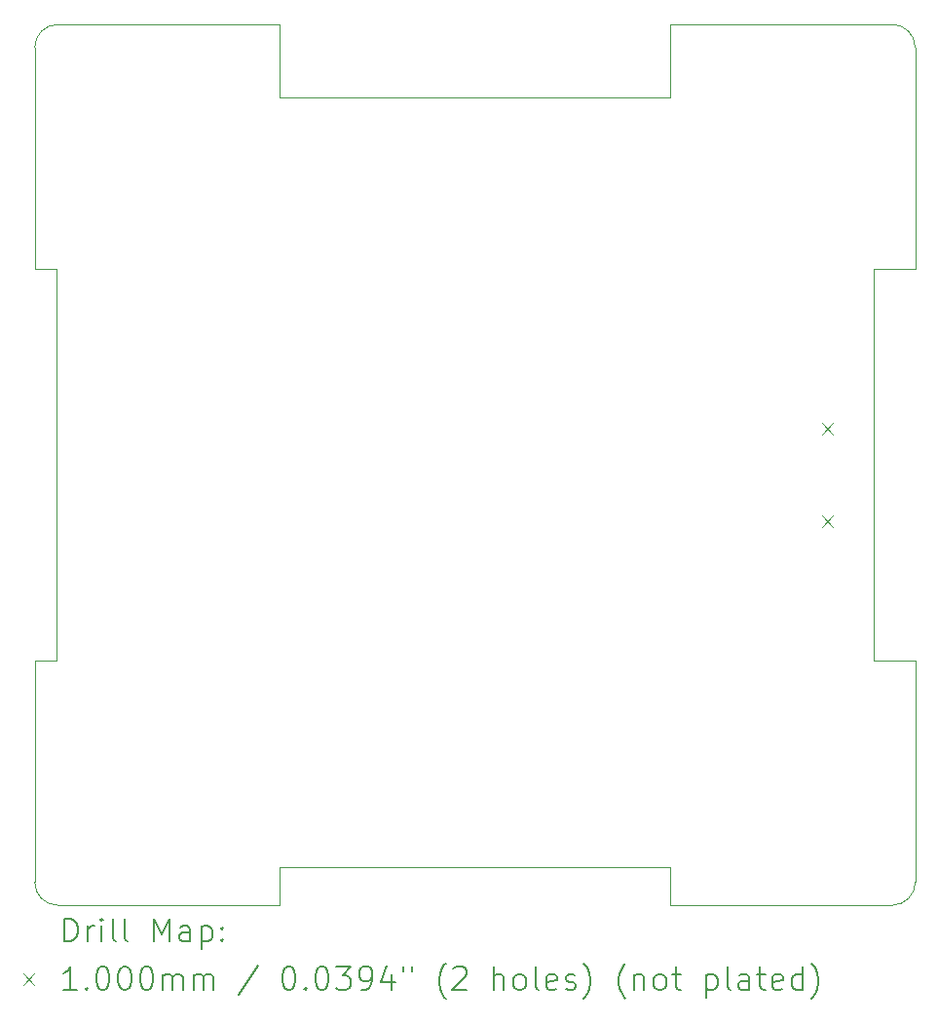
<source format=gbr>
%TF.GenerationSoftware,KiCad,Pcbnew,9.0.7*%
%TF.CreationDate,2026-02-15T10:00:26-06:00*%
%TF.ProjectId,grad_cap_display,67726164-5f63-4617-905f-646973706c61,rev?*%
%TF.SameCoordinates,Original*%
%TF.FileFunction,Drillmap*%
%TF.FilePolarity,Positive*%
%FSLAX45Y45*%
G04 Gerber Fmt 4.5, Leading zero omitted, Abs format (unit mm)*
G04 Created by KiCad (PCBNEW 9.0.7) date 2026-02-15 10:00:26*
%MOMM*%
%LPD*%
G01*
G04 APERTURE LIST*
%ADD10C,0.050000*%
%ADD11C,0.200000*%
%ADD12C,0.100000*%
G04 APERTURE END LIST*
D10*
X-26960000Y65303000D02*
X-26770000Y65303000D01*
X-26770000Y61903000D02*
X-26770000Y65303000D01*
X-19669000Y65303000D02*
X-19306000Y65303000D01*
X-19506000Y67430000D02*
G75*
G02*
X-19306000Y67230000I0J-200000D01*
G01*
X-26960000Y67230000D02*
G75*
G02*
X-26760000Y67430000I200000J0D01*
G01*
X-26760000Y59776000D02*
G75*
G02*
X-26960000Y59976000I0J200000D01*
G01*
X-19306000Y59976000D02*
G75*
G02*
X-19506000Y59776000I-200000J0D01*
G01*
X-21433000Y60109000D02*
X-24833000Y60109000D01*
X-26960000Y61903000D02*
X-26960000Y59976000D01*
X-26960000Y67230000D02*
X-26960000Y65303000D01*
X-26770000Y61903000D02*
X-26960000Y61903000D01*
X-24833000Y67430000D02*
X-26760000Y67430000D01*
X-24833000Y66797000D02*
X-21433000Y66797000D01*
X-21433000Y67430000D02*
X-21433000Y66797000D01*
X-19506000Y67430000D02*
X-21433000Y67430000D01*
X-24833000Y66797000D02*
X-24833000Y67430000D01*
X-19306000Y65303000D02*
X-19306000Y67230000D01*
X-19669000Y65303000D02*
X-19669000Y61903000D01*
X-19306000Y61903000D02*
X-19669000Y61903000D01*
X-19306000Y59976000D02*
X-19306000Y61903000D01*
X-24833000Y59776000D02*
X-24833000Y60109000D01*
X-26760000Y59776000D02*
X-24833000Y59776000D01*
X-21433000Y60109000D02*
X-21433000Y59776000D01*
X-21433000Y59776000D02*
X-19506000Y59776000D01*
D11*
D12*
X-20119000Y63964000D02*
X-20019000Y63864000D01*
X-20019000Y63964000D02*
X-20119000Y63864000D01*
X-20119000Y63164000D02*
X-20019000Y63064000D01*
X-20019000Y63164000D02*
X-20119000Y63064000D01*
D11*
X-26701723Y59462016D02*
X-26701723Y59662016D01*
X-26701723Y59662016D02*
X-26654104Y59662016D01*
X-26654104Y59662016D02*
X-26625533Y59652492D01*
X-26625533Y59652492D02*
X-26606485Y59633445D01*
X-26606485Y59633445D02*
X-26596961Y59614397D01*
X-26596961Y59614397D02*
X-26587437Y59576302D01*
X-26587437Y59576302D02*
X-26587437Y59547730D01*
X-26587437Y59547730D02*
X-26596961Y59509635D01*
X-26596961Y59509635D02*
X-26606485Y59490588D01*
X-26606485Y59490588D02*
X-26625533Y59471540D01*
X-26625533Y59471540D02*
X-26654104Y59462016D01*
X-26654104Y59462016D02*
X-26701723Y59462016D01*
X-26501723Y59462016D02*
X-26501723Y59595349D01*
X-26501723Y59557254D02*
X-26492199Y59576302D01*
X-26492199Y59576302D02*
X-26482675Y59585826D01*
X-26482675Y59585826D02*
X-26463628Y59595349D01*
X-26463628Y59595349D02*
X-26444580Y59595349D01*
X-26377914Y59462016D02*
X-26377914Y59595349D01*
X-26377914Y59662016D02*
X-26387437Y59652492D01*
X-26387437Y59652492D02*
X-26377914Y59642968D01*
X-26377914Y59642968D02*
X-26368390Y59652492D01*
X-26368390Y59652492D02*
X-26377914Y59662016D01*
X-26377914Y59662016D02*
X-26377914Y59642968D01*
X-26254104Y59462016D02*
X-26273152Y59471540D01*
X-26273152Y59471540D02*
X-26282675Y59490588D01*
X-26282675Y59490588D02*
X-26282675Y59662016D01*
X-26149342Y59462016D02*
X-26168390Y59471540D01*
X-26168390Y59471540D02*
X-26177914Y59490588D01*
X-26177914Y59490588D02*
X-26177914Y59662016D01*
X-25920771Y59462016D02*
X-25920771Y59662016D01*
X-25920771Y59662016D02*
X-25854104Y59519159D01*
X-25854104Y59519159D02*
X-25787437Y59662016D01*
X-25787437Y59662016D02*
X-25787437Y59462016D01*
X-25606485Y59462016D02*
X-25606485Y59566778D01*
X-25606485Y59566778D02*
X-25616009Y59585826D01*
X-25616009Y59585826D02*
X-25635056Y59595349D01*
X-25635056Y59595349D02*
X-25673152Y59595349D01*
X-25673152Y59595349D02*
X-25692199Y59585826D01*
X-25606485Y59471540D02*
X-25625533Y59462016D01*
X-25625533Y59462016D02*
X-25673152Y59462016D01*
X-25673152Y59462016D02*
X-25692199Y59471540D01*
X-25692199Y59471540D02*
X-25701723Y59490588D01*
X-25701723Y59490588D02*
X-25701723Y59509635D01*
X-25701723Y59509635D02*
X-25692199Y59528683D01*
X-25692199Y59528683D02*
X-25673152Y59538207D01*
X-25673152Y59538207D02*
X-25625533Y59538207D01*
X-25625533Y59538207D02*
X-25606485Y59547730D01*
X-25511247Y59595349D02*
X-25511247Y59395349D01*
X-25511247Y59585826D02*
X-25492199Y59595349D01*
X-25492199Y59595349D02*
X-25454104Y59595349D01*
X-25454104Y59595349D02*
X-25435056Y59585826D01*
X-25435056Y59585826D02*
X-25425533Y59576302D01*
X-25425533Y59576302D02*
X-25416009Y59557254D01*
X-25416009Y59557254D02*
X-25416009Y59500111D01*
X-25416009Y59500111D02*
X-25425533Y59481064D01*
X-25425533Y59481064D02*
X-25435056Y59471540D01*
X-25435056Y59471540D02*
X-25454104Y59462016D01*
X-25454104Y59462016D02*
X-25492199Y59462016D01*
X-25492199Y59462016D02*
X-25511247Y59471540D01*
X-25330294Y59481064D02*
X-25320771Y59471540D01*
X-25320771Y59471540D02*
X-25330294Y59462016D01*
X-25330294Y59462016D02*
X-25339818Y59471540D01*
X-25339818Y59471540D02*
X-25330294Y59481064D01*
X-25330294Y59481064D02*
X-25330294Y59462016D01*
X-25330294Y59585826D02*
X-25320771Y59576302D01*
X-25320771Y59576302D02*
X-25330294Y59566778D01*
X-25330294Y59566778D02*
X-25339818Y59576302D01*
X-25339818Y59576302D02*
X-25330294Y59585826D01*
X-25330294Y59585826D02*
X-25330294Y59566778D01*
D12*
X-27062500Y59183500D02*
X-26962500Y59083500D01*
X-26962500Y59183500D02*
X-27062500Y59083500D01*
D11*
X-26596961Y59042016D02*
X-26711247Y59042016D01*
X-26654104Y59042016D02*
X-26654104Y59242016D01*
X-26654104Y59242016D02*
X-26673152Y59213445D01*
X-26673152Y59213445D02*
X-26692199Y59194397D01*
X-26692199Y59194397D02*
X-26711247Y59184873D01*
X-26511247Y59061064D02*
X-26501723Y59051540D01*
X-26501723Y59051540D02*
X-26511247Y59042016D01*
X-26511247Y59042016D02*
X-26520771Y59051540D01*
X-26520771Y59051540D02*
X-26511247Y59061064D01*
X-26511247Y59061064D02*
X-26511247Y59042016D01*
X-26377914Y59242016D02*
X-26358866Y59242016D01*
X-26358866Y59242016D02*
X-26339818Y59232492D01*
X-26339818Y59232492D02*
X-26330294Y59222968D01*
X-26330294Y59222968D02*
X-26320771Y59203921D01*
X-26320771Y59203921D02*
X-26311247Y59165826D01*
X-26311247Y59165826D02*
X-26311247Y59118207D01*
X-26311247Y59118207D02*
X-26320771Y59080111D01*
X-26320771Y59080111D02*
X-26330294Y59061064D01*
X-26330294Y59061064D02*
X-26339818Y59051540D01*
X-26339818Y59051540D02*
X-26358866Y59042016D01*
X-26358866Y59042016D02*
X-26377914Y59042016D01*
X-26377914Y59042016D02*
X-26396961Y59051540D01*
X-26396961Y59051540D02*
X-26406485Y59061064D01*
X-26406485Y59061064D02*
X-26416009Y59080111D01*
X-26416009Y59080111D02*
X-26425533Y59118207D01*
X-26425533Y59118207D02*
X-26425533Y59165826D01*
X-26425533Y59165826D02*
X-26416009Y59203921D01*
X-26416009Y59203921D02*
X-26406485Y59222968D01*
X-26406485Y59222968D02*
X-26396961Y59232492D01*
X-26396961Y59232492D02*
X-26377914Y59242016D01*
X-26187437Y59242016D02*
X-26168390Y59242016D01*
X-26168390Y59242016D02*
X-26149342Y59232492D01*
X-26149342Y59232492D02*
X-26139818Y59222968D01*
X-26139818Y59222968D02*
X-26130294Y59203921D01*
X-26130294Y59203921D02*
X-26120771Y59165826D01*
X-26120771Y59165826D02*
X-26120771Y59118207D01*
X-26120771Y59118207D02*
X-26130294Y59080111D01*
X-26130294Y59080111D02*
X-26139818Y59061064D01*
X-26139818Y59061064D02*
X-26149342Y59051540D01*
X-26149342Y59051540D02*
X-26168390Y59042016D01*
X-26168390Y59042016D02*
X-26187437Y59042016D01*
X-26187437Y59042016D02*
X-26206485Y59051540D01*
X-26206485Y59051540D02*
X-26216009Y59061064D01*
X-26216009Y59061064D02*
X-26225533Y59080111D01*
X-26225533Y59080111D02*
X-26235056Y59118207D01*
X-26235056Y59118207D02*
X-26235056Y59165826D01*
X-26235056Y59165826D02*
X-26225533Y59203921D01*
X-26225533Y59203921D02*
X-26216009Y59222968D01*
X-26216009Y59222968D02*
X-26206485Y59232492D01*
X-26206485Y59232492D02*
X-26187437Y59242016D01*
X-25996961Y59242016D02*
X-25977913Y59242016D01*
X-25977913Y59242016D02*
X-25958866Y59232492D01*
X-25958866Y59232492D02*
X-25949342Y59222968D01*
X-25949342Y59222968D02*
X-25939818Y59203921D01*
X-25939818Y59203921D02*
X-25930294Y59165826D01*
X-25930294Y59165826D02*
X-25930294Y59118207D01*
X-25930294Y59118207D02*
X-25939818Y59080111D01*
X-25939818Y59080111D02*
X-25949342Y59061064D01*
X-25949342Y59061064D02*
X-25958866Y59051540D01*
X-25958866Y59051540D02*
X-25977913Y59042016D01*
X-25977913Y59042016D02*
X-25996961Y59042016D01*
X-25996961Y59042016D02*
X-26016009Y59051540D01*
X-26016009Y59051540D02*
X-26025533Y59061064D01*
X-26025533Y59061064D02*
X-26035056Y59080111D01*
X-26035056Y59080111D02*
X-26044580Y59118207D01*
X-26044580Y59118207D02*
X-26044580Y59165826D01*
X-26044580Y59165826D02*
X-26035056Y59203921D01*
X-26035056Y59203921D02*
X-26025533Y59222968D01*
X-26025533Y59222968D02*
X-26016009Y59232492D01*
X-26016009Y59232492D02*
X-25996961Y59242016D01*
X-25844580Y59042016D02*
X-25844580Y59175349D01*
X-25844580Y59156302D02*
X-25835056Y59165826D01*
X-25835056Y59165826D02*
X-25816009Y59175349D01*
X-25816009Y59175349D02*
X-25787437Y59175349D01*
X-25787437Y59175349D02*
X-25768390Y59165826D01*
X-25768390Y59165826D02*
X-25758866Y59146778D01*
X-25758866Y59146778D02*
X-25758866Y59042016D01*
X-25758866Y59146778D02*
X-25749342Y59165826D01*
X-25749342Y59165826D02*
X-25730294Y59175349D01*
X-25730294Y59175349D02*
X-25701723Y59175349D01*
X-25701723Y59175349D02*
X-25682675Y59165826D01*
X-25682675Y59165826D02*
X-25673152Y59146778D01*
X-25673152Y59146778D02*
X-25673152Y59042016D01*
X-25577913Y59042016D02*
X-25577913Y59175349D01*
X-25577913Y59156302D02*
X-25568390Y59165826D01*
X-25568390Y59165826D02*
X-25549342Y59175349D01*
X-25549342Y59175349D02*
X-25520771Y59175349D01*
X-25520771Y59175349D02*
X-25501723Y59165826D01*
X-25501723Y59165826D02*
X-25492199Y59146778D01*
X-25492199Y59146778D02*
X-25492199Y59042016D01*
X-25492199Y59146778D02*
X-25482675Y59165826D01*
X-25482675Y59165826D02*
X-25463628Y59175349D01*
X-25463628Y59175349D02*
X-25435056Y59175349D01*
X-25435056Y59175349D02*
X-25416009Y59165826D01*
X-25416009Y59165826D02*
X-25406485Y59146778D01*
X-25406485Y59146778D02*
X-25406485Y59042016D01*
X-25016009Y59251540D02*
X-25187437Y58994397D01*
X-24758866Y59242016D02*
X-24739818Y59242016D01*
X-24739818Y59242016D02*
X-24720770Y59232492D01*
X-24720770Y59232492D02*
X-24711247Y59222968D01*
X-24711247Y59222968D02*
X-24701723Y59203921D01*
X-24701723Y59203921D02*
X-24692199Y59165826D01*
X-24692199Y59165826D02*
X-24692199Y59118207D01*
X-24692199Y59118207D02*
X-24701723Y59080111D01*
X-24701723Y59080111D02*
X-24711247Y59061064D01*
X-24711247Y59061064D02*
X-24720770Y59051540D01*
X-24720770Y59051540D02*
X-24739818Y59042016D01*
X-24739818Y59042016D02*
X-24758866Y59042016D01*
X-24758866Y59042016D02*
X-24777913Y59051540D01*
X-24777913Y59051540D02*
X-24787437Y59061064D01*
X-24787437Y59061064D02*
X-24796961Y59080111D01*
X-24796961Y59080111D02*
X-24806485Y59118207D01*
X-24806485Y59118207D02*
X-24806485Y59165826D01*
X-24806485Y59165826D02*
X-24796961Y59203921D01*
X-24796961Y59203921D02*
X-24787437Y59222968D01*
X-24787437Y59222968D02*
X-24777913Y59232492D01*
X-24777913Y59232492D02*
X-24758866Y59242016D01*
X-24606485Y59061064D02*
X-24596961Y59051540D01*
X-24596961Y59051540D02*
X-24606485Y59042016D01*
X-24606485Y59042016D02*
X-24616009Y59051540D01*
X-24616009Y59051540D02*
X-24606485Y59061064D01*
X-24606485Y59061064D02*
X-24606485Y59042016D01*
X-24473151Y59242016D02*
X-24454104Y59242016D01*
X-24454104Y59242016D02*
X-24435056Y59232492D01*
X-24435056Y59232492D02*
X-24425532Y59222968D01*
X-24425532Y59222968D02*
X-24416009Y59203921D01*
X-24416009Y59203921D02*
X-24406485Y59165826D01*
X-24406485Y59165826D02*
X-24406485Y59118207D01*
X-24406485Y59118207D02*
X-24416009Y59080111D01*
X-24416009Y59080111D02*
X-24425532Y59061064D01*
X-24425532Y59061064D02*
X-24435056Y59051540D01*
X-24435056Y59051540D02*
X-24454104Y59042016D01*
X-24454104Y59042016D02*
X-24473151Y59042016D01*
X-24473151Y59042016D02*
X-24492199Y59051540D01*
X-24492199Y59051540D02*
X-24501723Y59061064D01*
X-24501723Y59061064D02*
X-24511247Y59080111D01*
X-24511247Y59080111D02*
X-24520770Y59118207D01*
X-24520770Y59118207D02*
X-24520770Y59165826D01*
X-24520770Y59165826D02*
X-24511247Y59203921D01*
X-24511247Y59203921D02*
X-24501723Y59222968D01*
X-24501723Y59222968D02*
X-24492199Y59232492D01*
X-24492199Y59232492D02*
X-24473151Y59242016D01*
X-24339818Y59242016D02*
X-24216009Y59242016D01*
X-24216009Y59242016D02*
X-24282675Y59165826D01*
X-24282675Y59165826D02*
X-24254104Y59165826D01*
X-24254104Y59165826D02*
X-24235056Y59156302D01*
X-24235056Y59156302D02*
X-24225532Y59146778D01*
X-24225532Y59146778D02*
X-24216009Y59127730D01*
X-24216009Y59127730D02*
X-24216009Y59080111D01*
X-24216009Y59080111D02*
X-24225532Y59061064D01*
X-24225532Y59061064D02*
X-24235056Y59051540D01*
X-24235056Y59051540D02*
X-24254104Y59042016D01*
X-24254104Y59042016D02*
X-24311247Y59042016D01*
X-24311247Y59042016D02*
X-24330294Y59051540D01*
X-24330294Y59051540D02*
X-24339818Y59061064D01*
X-24120770Y59042016D02*
X-24082675Y59042016D01*
X-24082675Y59042016D02*
X-24063628Y59051540D01*
X-24063628Y59051540D02*
X-24054104Y59061064D01*
X-24054104Y59061064D02*
X-24035056Y59089635D01*
X-24035056Y59089635D02*
X-24025532Y59127730D01*
X-24025532Y59127730D02*
X-24025532Y59203921D01*
X-24025532Y59203921D02*
X-24035056Y59222968D01*
X-24035056Y59222968D02*
X-24044580Y59232492D01*
X-24044580Y59232492D02*
X-24063628Y59242016D01*
X-24063628Y59242016D02*
X-24101723Y59242016D01*
X-24101723Y59242016D02*
X-24120770Y59232492D01*
X-24120770Y59232492D02*
X-24130294Y59222968D01*
X-24130294Y59222968D02*
X-24139818Y59203921D01*
X-24139818Y59203921D02*
X-24139818Y59156302D01*
X-24139818Y59156302D02*
X-24130294Y59137254D01*
X-24130294Y59137254D02*
X-24120770Y59127730D01*
X-24120770Y59127730D02*
X-24101723Y59118207D01*
X-24101723Y59118207D02*
X-24063628Y59118207D01*
X-24063628Y59118207D02*
X-24044580Y59127730D01*
X-24044580Y59127730D02*
X-24035056Y59137254D01*
X-24035056Y59137254D02*
X-24025532Y59156302D01*
X-23854104Y59175349D02*
X-23854104Y59042016D01*
X-23901723Y59251540D02*
X-23949342Y59108683D01*
X-23949342Y59108683D02*
X-23825532Y59108683D01*
X-23758866Y59242016D02*
X-23758866Y59203921D01*
X-23682675Y59242016D02*
X-23682675Y59203921D01*
X-23387437Y58965826D02*
X-23396961Y58975349D01*
X-23396961Y58975349D02*
X-23416008Y59003921D01*
X-23416008Y59003921D02*
X-23425532Y59022968D01*
X-23425532Y59022968D02*
X-23435056Y59051540D01*
X-23435056Y59051540D02*
X-23444580Y59099159D01*
X-23444580Y59099159D02*
X-23444580Y59137254D01*
X-23444580Y59137254D02*
X-23435056Y59184873D01*
X-23435056Y59184873D02*
X-23425532Y59213445D01*
X-23425532Y59213445D02*
X-23416008Y59232492D01*
X-23416008Y59232492D02*
X-23396961Y59261064D01*
X-23396961Y59261064D02*
X-23387437Y59270588D01*
X-23320770Y59222968D02*
X-23311247Y59232492D01*
X-23311247Y59232492D02*
X-23292199Y59242016D01*
X-23292199Y59242016D02*
X-23244580Y59242016D01*
X-23244580Y59242016D02*
X-23225532Y59232492D01*
X-23225532Y59232492D02*
X-23216008Y59222968D01*
X-23216008Y59222968D02*
X-23206485Y59203921D01*
X-23206485Y59203921D02*
X-23206485Y59184873D01*
X-23206485Y59184873D02*
X-23216008Y59156302D01*
X-23216008Y59156302D02*
X-23330294Y59042016D01*
X-23330294Y59042016D02*
X-23206485Y59042016D01*
X-22968389Y59042016D02*
X-22968389Y59242016D01*
X-22882675Y59042016D02*
X-22882675Y59146778D01*
X-22882675Y59146778D02*
X-22892199Y59165826D01*
X-22892199Y59165826D02*
X-22911246Y59175349D01*
X-22911246Y59175349D02*
X-22939818Y59175349D01*
X-22939818Y59175349D02*
X-22958866Y59165826D01*
X-22958866Y59165826D02*
X-22968389Y59156302D01*
X-22758866Y59042016D02*
X-22777913Y59051540D01*
X-22777913Y59051540D02*
X-22787437Y59061064D01*
X-22787437Y59061064D02*
X-22796961Y59080111D01*
X-22796961Y59080111D02*
X-22796961Y59137254D01*
X-22796961Y59137254D02*
X-22787437Y59156302D01*
X-22787437Y59156302D02*
X-22777913Y59165826D01*
X-22777913Y59165826D02*
X-22758866Y59175349D01*
X-22758866Y59175349D02*
X-22730294Y59175349D01*
X-22730294Y59175349D02*
X-22711246Y59165826D01*
X-22711246Y59165826D02*
X-22701723Y59156302D01*
X-22701723Y59156302D02*
X-22692199Y59137254D01*
X-22692199Y59137254D02*
X-22692199Y59080111D01*
X-22692199Y59080111D02*
X-22701723Y59061064D01*
X-22701723Y59061064D02*
X-22711246Y59051540D01*
X-22711246Y59051540D02*
X-22730294Y59042016D01*
X-22730294Y59042016D02*
X-22758866Y59042016D01*
X-22577913Y59042016D02*
X-22596961Y59051540D01*
X-22596961Y59051540D02*
X-22606485Y59070588D01*
X-22606485Y59070588D02*
X-22606485Y59242016D01*
X-22425532Y59051540D02*
X-22444580Y59042016D01*
X-22444580Y59042016D02*
X-22482675Y59042016D01*
X-22482675Y59042016D02*
X-22501723Y59051540D01*
X-22501723Y59051540D02*
X-22511246Y59070588D01*
X-22511246Y59070588D02*
X-22511246Y59146778D01*
X-22511246Y59146778D02*
X-22501723Y59165826D01*
X-22501723Y59165826D02*
X-22482675Y59175349D01*
X-22482675Y59175349D02*
X-22444580Y59175349D01*
X-22444580Y59175349D02*
X-22425532Y59165826D01*
X-22425532Y59165826D02*
X-22416008Y59146778D01*
X-22416008Y59146778D02*
X-22416008Y59127730D01*
X-22416008Y59127730D02*
X-22511246Y59108683D01*
X-22339818Y59051540D02*
X-22320770Y59042016D01*
X-22320770Y59042016D02*
X-22282675Y59042016D01*
X-22282675Y59042016D02*
X-22263627Y59051540D01*
X-22263627Y59051540D02*
X-22254104Y59070588D01*
X-22254104Y59070588D02*
X-22254104Y59080111D01*
X-22254104Y59080111D02*
X-22263627Y59099159D01*
X-22263627Y59099159D02*
X-22282675Y59108683D01*
X-22282675Y59108683D02*
X-22311247Y59108683D01*
X-22311247Y59108683D02*
X-22330294Y59118207D01*
X-22330294Y59118207D02*
X-22339818Y59137254D01*
X-22339818Y59137254D02*
X-22339818Y59146778D01*
X-22339818Y59146778D02*
X-22330294Y59165826D01*
X-22330294Y59165826D02*
X-22311247Y59175349D01*
X-22311247Y59175349D02*
X-22282675Y59175349D01*
X-22282675Y59175349D02*
X-22263627Y59165826D01*
X-22187437Y58965826D02*
X-22177913Y58975349D01*
X-22177913Y58975349D02*
X-22158866Y59003921D01*
X-22158866Y59003921D02*
X-22149342Y59022968D01*
X-22149342Y59022968D02*
X-22139818Y59051540D01*
X-22139818Y59051540D02*
X-22130294Y59099159D01*
X-22130294Y59099159D02*
X-22130294Y59137254D01*
X-22130294Y59137254D02*
X-22139818Y59184873D01*
X-22139818Y59184873D02*
X-22149342Y59213445D01*
X-22149342Y59213445D02*
X-22158866Y59232492D01*
X-22158866Y59232492D02*
X-22177913Y59261064D01*
X-22177913Y59261064D02*
X-22187437Y59270588D01*
X-21825532Y58965826D02*
X-21835056Y58975349D01*
X-21835056Y58975349D02*
X-21854104Y59003921D01*
X-21854104Y59003921D02*
X-21863627Y59022968D01*
X-21863627Y59022968D02*
X-21873151Y59051540D01*
X-21873151Y59051540D02*
X-21882675Y59099159D01*
X-21882675Y59099159D02*
X-21882675Y59137254D01*
X-21882675Y59137254D02*
X-21873151Y59184873D01*
X-21873151Y59184873D02*
X-21863627Y59213445D01*
X-21863627Y59213445D02*
X-21854104Y59232492D01*
X-21854104Y59232492D02*
X-21835056Y59261064D01*
X-21835056Y59261064D02*
X-21825532Y59270588D01*
X-21749342Y59175349D02*
X-21749342Y59042016D01*
X-21749342Y59156302D02*
X-21739818Y59165826D01*
X-21739818Y59165826D02*
X-21720770Y59175349D01*
X-21720770Y59175349D02*
X-21692199Y59175349D01*
X-21692199Y59175349D02*
X-21673151Y59165826D01*
X-21673151Y59165826D02*
X-21663627Y59146778D01*
X-21663627Y59146778D02*
X-21663627Y59042016D01*
X-21539818Y59042016D02*
X-21558866Y59051540D01*
X-21558866Y59051540D02*
X-21568389Y59061064D01*
X-21568389Y59061064D02*
X-21577913Y59080111D01*
X-21577913Y59080111D02*
X-21577913Y59137254D01*
X-21577913Y59137254D02*
X-21568389Y59156302D01*
X-21568389Y59156302D02*
X-21558866Y59165826D01*
X-21558866Y59165826D02*
X-21539818Y59175349D01*
X-21539818Y59175349D02*
X-21511246Y59175349D01*
X-21511246Y59175349D02*
X-21492199Y59165826D01*
X-21492199Y59165826D02*
X-21482675Y59156302D01*
X-21482675Y59156302D02*
X-21473151Y59137254D01*
X-21473151Y59137254D02*
X-21473151Y59080111D01*
X-21473151Y59080111D02*
X-21482675Y59061064D01*
X-21482675Y59061064D02*
X-21492199Y59051540D01*
X-21492199Y59051540D02*
X-21511246Y59042016D01*
X-21511246Y59042016D02*
X-21539818Y59042016D01*
X-21416008Y59175349D02*
X-21339818Y59175349D01*
X-21387437Y59242016D02*
X-21387437Y59070588D01*
X-21387437Y59070588D02*
X-21377913Y59051540D01*
X-21377913Y59051540D02*
X-21358866Y59042016D01*
X-21358866Y59042016D02*
X-21339818Y59042016D01*
X-21120770Y59175349D02*
X-21120770Y58975349D01*
X-21120770Y59165826D02*
X-21101723Y59175349D01*
X-21101723Y59175349D02*
X-21063627Y59175349D01*
X-21063627Y59175349D02*
X-21044580Y59165826D01*
X-21044580Y59165826D02*
X-21035056Y59156302D01*
X-21035056Y59156302D02*
X-21025532Y59137254D01*
X-21025532Y59137254D02*
X-21025532Y59080111D01*
X-21025532Y59080111D02*
X-21035056Y59061064D01*
X-21035056Y59061064D02*
X-21044580Y59051540D01*
X-21044580Y59051540D02*
X-21063627Y59042016D01*
X-21063627Y59042016D02*
X-21101723Y59042016D01*
X-21101723Y59042016D02*
X-21120770Y59051540D01*
X-20911246Y59042016D02*
X-20930294Y59051540D01*
X-20930294Y59051540D02*
X-20939818Y59070588D01*
X-20939818Y59070588D02*
X-20939818Y59242016D01*
X-20749342Y59042016D02*
X-20749342Y59146778D01*
X-20749342Y59146778D02*
X-20758865Y59165826D01*
X-20758865Y59165826D02*
X-20777913Y59175349D01*
X-20777913Y59175349D02*
X-20816008Y59175349D01*
X-20816008Y59175349D02*
X-20835056Y59165826D01*
X-20749342Y59051540D02*
X-20768389Y59042016D01*
X-20768389Y59042016D02*
X-20816008Y59042016D01*
X-20816008Y59042016D02*
X-20835056Y59051540D01*
X-20835056Y59051540D02*
X-20844580Y59070588D01*
X-20844580Y59070588D02*
X-20844580Y59089635D01*
X-20844580Y59089635D02*
X-20835056Y59108683D01*
X-20835056Y59108683D02*
X-20816008Y59118207D01*
X-20816008Y59118207D02*
X-20768389Y59118207D01*
X-20768389Y59118207D02*
X-20749342Y59127730D01*
X-20682675Y59175349D02*
X-20606485Y59175349D01*
X-20654104Y59242016D02*
X-20654104Y59070588D01*
X-20654104Y59070588D02*
X-20644580Y59051540D01*
X-20644580Y59051540D02*
X-20625532Y59042016D01*
X-20625532Y59042016D02*
X-20606485Y59042016D01*
X-20463627Y59051540D02*
X-20482675Y59042016D01*
X-20482675Y59042016D02*
X-20520770Y59042016D01*
X-20520770Y59042016D02*
X-20539818Y59051540D01*
X-20539818Y59051540D02*
X-20549342Y59070588D01*
X-20549342Y59070588D02*
X-20549342Y59146778D01*
X-20549342Y59146778D02*
X-20539818Y59165826D01*
X-20539818Y59165826D02*
X-20520770Y59175349D01*
X-20520770Y59175349D02*
X-20482675Y59175349D01*
X-20482675Y59175349D02*
X-20463627Y59165826D01*
X-20463627Y59165826D02*
X-20454104Y59146778D01*
X-20454104Y59146778D02*
X-20454104Y59127730D01*
X-20454104Y59127730D02*
X-20549342Y59108683D01*
X-20282675Y59042016D02*
X-20282675Y59242016D01*
X-20282675Y59051540D02*
X-20301723Y59042016D01*
X-20301723Y59042016D02*
X-20339818Y59042016D01*
X-20339818Y59042016D02*
X-20358865Y59051540D01*
X-20358865Y59051540D02*
X-20368389Y59061064D01*
X-20368389Y59061064D02*
X-20377913Y59080111D01*
X-20377913Y59080111D02*
X-20377913Y59137254D01*
X-20377913Y59137254D02*
X-20368389Y59156302D01*
X-20368389Y59156302D02*
X-20358865Y59165826D01*
X-20358865Y59165826D02*
X-20339818Y59175349D01*
X-20339818Y59175349D02*
X-20301723Y59175349D01*
X-20301723Y59175349D02*
X-20282675Y59165826D01*
X-20206484Y58965826D02*
X-20196961Y58975349D01*
X-20196961Y58975349D02*
X-20177913Y59003921D01*
X-20177913Y59003921D02*
X-20168389Y59022968D01*
X-20168389Y59022968D02*
X-20158865Y59051540D01*
X-20158865Y59051540D02*
X-20149342Y59099159D01*
X-20149342Y59099159D02*
X-20149342Y59137254D01*
X-20149342Y59137254D02*
X-20158865Y59184873D01*
X-20158865Y59184873D02*
X-20168389Y59213445D01*
X-20168389Y59213445D02*
X-20177913Y59232492D01*
X-20177913Y59232492D02*
X-20196961Y59261064D01*
X-20196961Y59261064D02*
X-20206484Y59270588D01*
M02*

</source>
